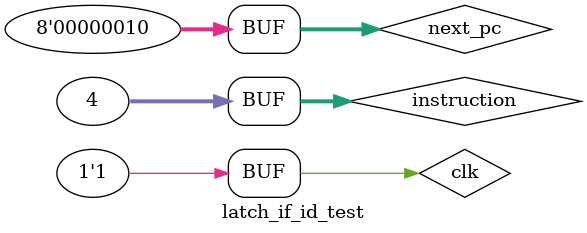
<source format=v>
`timescale 1ns / 1ps


module latch_if_id_test;

	// Inputs
	reg clk;
	reg [7:0] next_pc;
	reg [31:0] instruction;

	// Outputs
	wire [7:0] next_pc_reg;
	wire [31:0] instruction_reg;

	// Instantiate the Unit Under Test (UUT)
	latch_if_id uut (
		.clk(clk), 
		.next_pc(next_pc), 
		.instruction(instruction), 
		.next_pc_reg(next_pc_reg), 
		.instruction_reg(instruction_reg)
	);

	initial begin
		// Initialize Inputs
		clk = 0;
		next_pc = 0;
		instruction = 0;

		// Wait 100 ns for global reset to finish
		#100;
		clk = 0;
		next_pc = 1;
		instruction = 2;
		#100;
		clk = 1;
		#100;
		clk = 0;
		next_pc = 2;
		instruction = 4;
		#100;
		clk = 1;
		#100;
		
		
	end
      
endmodule


</source>
